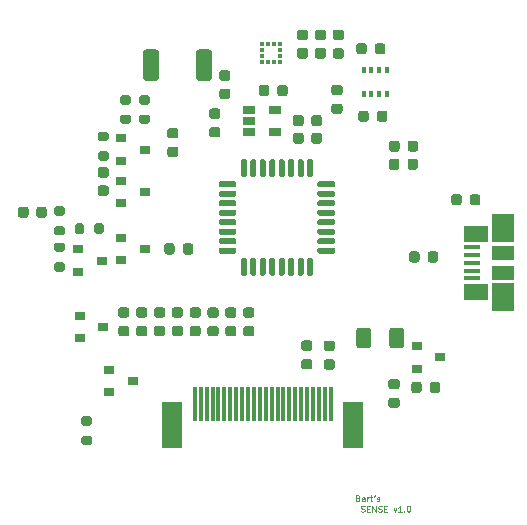
<source format=gbr>
G04 #@! TF.GenerationSoftware,KiCad,Pcbnew,5.1.8-1.fc33*
G04 #@! TF.CreationDate,2021-08-02T18:18:17+02:00*
G04 #@! TF.ProjectId,sense,73656e73-652e-46b6-9963-61645f706362,rev?*
G04 #@! TF.SameCoordinates,Original*
G04 #@! TF.FileFunction,Paste,Top*
G04 #@! TF.FilePolarity,Positive*
%FSLAX46Y46*%
G04 Gerber Fmt 4.6, Leading zero omitted, Abs format (unit mm)*
G04 Created by KiCad (PCBNEW 5.1.8-1.fc33) date 2021-08-02 18:18:17*
%MOMM*%
%LPD*%
G01*
G04 APERTURE LIST*
%ADD10C,0.125000*%
%ADD11R,0.350000X0.500000*%
%ADD12R,1.800000X4.000000*%
%ADD13R,0.300000X3.000000*%
%ADD14R,0.900000X0.800000*%
%ADD15R,1.060000X0.650000*%
%ADD16R,1.380000X0.450000*%
%ADD17R,2.100000X1.475000*%
%ADD18R,1.900000X2.375000*%
%ADD19R,1.900000X1.175000*%
%ADD20R,0.375000X0.350000*%
%ADD21R,0.350000X0.375000*%
G04 APERTURE END LIST*
D10*
X167580476Y-138716785D02*
X167651904Y-138740595D01*
X167675714Y-138764404D01*
X167699523Y-138812023D01*
X167699523Y-138883452D01*
X167675714Y-138931071D01*
X167651904Y-138954880D01*
X167604285Y-138978690D01*
X167413809Y-138978690D01*
X167413809Y-138478690D01*
X167580476Y-138478690D01*
X167628095Y-138502500D01*
X167651904Y-138526309D01*
X167675714Y-138573928D01*
X167675714Y-138621547D01*
X167651904Y-138669166D01*
X167628095Y-138692976D01*
X167580476Y-138716785D01*
X167413809Y-138716785D01*
X168128095Y-138978690D02*
X168128095Y-138716785D01*
X168104285Y-138669166D01*
X168056666Y-138645357D01*
X167961428Y-138645357D01*
X167913809Y-138669166D01*
X168128095Y-138954880D02*
X168080476Y-138978690D01*
X167961428Y-138978690D01*
X167913809Y-138954880D01*
X167890000Y-138907261D01*
X167890000Y-138859642D01*
X167913809Y-138812023D01*
X167961428Y-138788214D01*
X168080476Y-138788214D01*
X168128095Y-138764404D01*
X168366190Y-138978690D02*
X168366190Y-138645357D01*
X168366190Y-138740595D02*
X168390000Y-138692976D01*
X168413809Y-138669166D01*
X168461428Y-138645357D01*
X168509047Y-138645357D01*
X168604285Y-138645357D02*
X168794761Y-138645357D01*
X168675714Y-138478690D02*
X168675714Y-138907261D01*
X168699523Y-138954880D01*
X168747142Y-138978690D01*
X168794761Y-138978690D01*
X168985238Y-138478690D02*
X168937619Y-138573928D01*
X169175714Y-138954880D02*
X169223333Y-138978690D01*
X169318571Y-138978690D01*
X169366190Y-138954880D01*
X169390000Y-138907261D01*
X169390000Y-138883452D01*
X169366190Y-138835833D01*
X169318571Y-138812023D01*
X169247142Y-138812023D01*
X169199523Y-138788214D01*
X169175714Y-138740595D01*
X169175714Y-138716785D01*
X169199523Y-138669166D01*
X169247142Y-138645357D01*
X169318571Y-138645357D01*
X169366190Y-138669166D01*
X167842380Y-139829880D02*
X167913809Y-139853690D01*
X168032857Y-139853690D01*
X168080476Y-139829880D01*
X168104285Y-139806071D01*
X168128095Y-139758452D01*
X168128095Y-139710833D01*
X168104285Y-139663214D01*
X168080476Y-139639404D01*
X168032857Y-139615595D01*
X167937619Y-139591785D01*
X167890000Y-139567976D01*
X167866190Y-139544166D01*
X167842380Y-139496547D01*
X167842380Y-139448928D01*
X167866190Y-139401309D01*
X167890000Y-139377500D01*
X167937619Y-139353690D01*
X168056666Y-139353690D01*
X168128095Y-139377500D01*
X168342380Y-139591785D02*
X168509047Y-139591785D01*
X168580476Y-139853690D02*
X168342380Y-139853690D01*
X168342380Y-139353690D01*
X168580476Y-139353690D01*
X168794761Y-139853690D02*
X168794761Y-139353690D01*
X169080476Y-139853690D01*
X169080476Y-139353690D01*
X169294761Y-139829880D02*
X169366190Y-139853690D01*
X169485238Y-139853690D01*
X169532857Y-139829880D01*
X169556666Y-139806071D01*
X169580476Y-139758452D01*
X169580476Y-139710833D01*
X169556666Y-139663214D01*
X169532857Y-139639404D01*
X169485238Y-139615595D01*
X169390000Y-139591785D01*
X169342380Y-139567976D01*
X169318571Y-139544166D01*
X169294761Y-139496547D01*
X169294761Y-139448928D01*
X169318571Y-139401309D01*
X169342380Y-139377500D01*
X169390000Y-139353690D01*
X169509047Y-139353690D01*
X169580476Y-139377500D01*
X169794761Y-139591785D02*
X169961428Y-139591785D01*
X170032857Y-139853690D02*
X169794761Y-139853690D01*
X169794761Y-139353690D01*
X170032857Y-139353690D01*
X170580476Y-139520357D02*
X170699523Y-139853690D01*
X170818571Y-139520357D01*
X171270952Y-139853690D02*
X170985238Y-139853690D01*
X171128095Y-139853690D02*
X171128095Y-139353690D01*
X171080476Y-139425119D01*
X171032857Y-139472738D01*
X170985238Y-139496547D01*
X171485238Y-139806071D02*
X171509047Y-139829880D01*
X171485238Y-139853690D01*
X171461428Y-139829880D01*
X171485238Y-139806071D01*
X171485238Y-139853690D01*
X171818571Y-139353690D02*
X171866190Y-139353690D01*
X171913809Y-139377500D01*
X171937619Y-139401309D01*
X171961428Y-139448928D01*
X171985238Y-139544166D01*
X171985238Y-139663214D01*
X171961428Y-139758452D01*
X171937619Y-139806071D01*
X171913809Y-139829880D01*
X171866190Y-139853690D01*
X171818571Y-139853690D01*
X171770952Y-139829880D01*
X171747142Y-139806071D01*
X171723333Y-139758452D01*
X171699523Y-139663214D01*
X171699523Y-139544166D01*
X171723333Y-139448928D01*
X171747142Y-139401309D01*
X171770952Y-139377500D01*
X171818571Y-139353690D01*
G36*
G01*
X145250000Y-116175000D02*
X145250000Y-115625000D01*
G75*
G02*
X145450000Y-115425000I200000J0D01*
G01*
X145850000Y-115425000D01*
G75*
G02*
X146050000Y-115625000I0J-200000D01*
G01*
X146050000Y-116175000D01*
G75*
G02*
X145850000Y-116375000I-200000J0D01*
G01*
X145450000Y-116375000D01*
G75*
G02*
X145250000Y-116175000I0J200000D01*
G01*
G37*
G36*
G01*
X143600000Y-116175000D02*
X143600000Y-115625000D01*
G75*
G02*
X143800000Y-115425000I200000J0D01*
G01*
X144200000Y-115425000D01*
G75*
G02*
X144400000Y-115625000I0J-200000D01*
G01*
X144400000Y-116175000D01*
G75*
G02*
X144200000Y-116375000I-200000J0D01*
G01*
X143800000Y-116375000D01*
G75*
G02*
X143600000Y-116175000I0J200000D01*
G01*
G37*
D11*
X168045000Y-104505000D03*
X168695000Y-104505000D03*
X169345000Y-104505000D03*
X169995000Y-104505000D03*
X169995000Y-102455000D03*
X169345000Y-102455000D03*
X168695000Y-102455000D03*
X168045000Y-102455000D03*
D12*
X167160000Y-132510000D03*
X151860000Y-132510000D03*
D13*
X153760000Y-130710000D03*
X154260000Y-130710000D03*
X154760000Y-130710000D03*
X155260000Y-130710000D03*
X155760000Y-130710000D03*
X156260000Y-130710000D03*
X156760000Y-130710000D03*
X157260000Y-130710000D03*
X157760000Y-130710000D03*
X158260000Y-130710000D03*
X158760000Y-130710000D03*
X159260000Y-130710000D03*
X159760000Y-130710000D03*
X160260000Y-130710000D03*
X160760000Y-130710000D03*
X161260000Y-130710000D03*
X161760000Y-130710000D03*
X162260000Y-130710000D03*
X162760000Y-130710000D03*
X163260000Y-130710000D03*
X163760000Y-130710000D03*
X164260000Y-130710000D03*
X164760000Y-130710000D03*
X165260000Y-130710000D03*
G36*
G01*
X155215000Y-100964999D02*
X155215000Y-103115001D01*
G75*
G02*
X154965001Y-103365000I-249999J0D01*
G01*
X154114999Y-103365000D01*
G75*
G02*
X153865000Y-103115001I0J249999D01*
G01*
X153865000Y-100964999D01*
G75*
G02*
X154114999Y-100715000I249999J0D01*
G01*
X154965001Y-100715000D01*
G75*
G02*
X155215000Y-100964999I0J-249999D01*
G01*
G37*
G36*
G01*
X150715000Y-100964999D02*
X150715000Y-103115001D01*
G75*
G02*
X150465001Y-103365000I-249999J0D01*
G01*
X149614999Y-103365000D01*
G75*
G02*
X149365000Y-103115001I0J249999D01*
G01*
X149365000Y-100964999D01*
G75*
G02*
X149614999Y-100715000I249999J0D01*
G01*
X150465001Y-100715000D01*
G75*
G02*
X150715000Y-100964999I0J-249999D01*
G01*
G37*
G36*
G01*
X168306000Y-100403750D02*
X168306000Y-100916250D01*
G75*
G02*
X168087250Y-101135000I-218750J0D01*
G01*
X167649750Y-101135000D01*
G75*
G02*
X167431000Y-100916250I0J218750D01*
G01*
X167431000Y-100403750D01*
G75*
G02*
X167649750Y-100185000I218750J0D01*
G01*
X168087250Y-100185000D01*
G75*
G02*
X168306000Y-100403750I0J-218750D01*
G01*
G37*
G36*
G01*
X169881000Y-100403750D02*
X169881000Y-100916250D01*
G75*
G02*
X169662250Y-101135000I-218750J0D01*
G01*
X169224750Y-101135000D01*
G75*
G02*
X169006000Y-100916250I0J218750D01*
G01*
X169006000Y-100403750D01*
G75*
G02*
X169224750Y-100185000I218750J0D01*
G01*
X169662250Y-100185000D01*
G75*
G02*
X169881000Y-100403750I0J-218750D01*
G01*
G37*
G36*
G01*
X166166250Y-101485000D02*
X165653750Y-101485000D01*
G75*
G02*
X165435000Y-101266250I0J218750D01*
G01*
X165435000Y-100828750D01*
G75*
G02*
X165653750Y-100610000I218750J0D01*
G01*
X166166250Y-100610000D01*
G75*
G02*
X166385000Y-100828750I0J-218750D01*
G01*
X166385000Y-101266250D01*
G75*
G02*
X166166250Y-101485000I-218750J0D01*
G01*
G37*
G36*
G01*
X166166250Y-99910000D02*
X165653750Y-99910000D01*
G75*
G02*
X165435000Y-99691250I0J218750D01*
G01*
X165435000Y-99253750D01*
G75*
G02*
X165653750Y-99035000I218750J0D01*
G01*
X166166250Y-99035000D01*
G75*
G02*
X166385000Y-99253750I0J-218750D01*
G01*
X166385000Y-99691250D01*
G75*
G02*
X166166250Y-99910000I-218750J0D01*
G01*
G37*
G36*
G01*
X170195000Y-110696250D02*
X170195000Y-110183750D01*
G75*
G02*
X170413750Y-109965000I218750J0D01*
G01*
X170851250Y-109965000D01*
G75*
G02*
X171070000Y-110183750I0J-218750D01*
G01*
X171070000Y-110696250D01*
G75*
G02*
X170851250Y-110915000I-218750J0D01*
G01*
X170413750Y-110915000D01*
G75*
G02*
X170195000Y-110696250I0J218750D01*
G01*
G37*
G36*
G01*
X171770000Y-110696250D02*
X171770000Y-110183750D01*
G75*
G02*
X171988750Y-109965000I218750J0D01*
G01*
X172426250Y-109965000D01*
G75*
G02*
X172645000Y-110183750I0J-218750D01*
G01*
X172645000Y-110696250D01*
G75*
G02*
X172426250Y-110915000I-218750J0D01*
G01*
X171988750Y-110915000D01*
G75*
G02*
X171770000Y-110696250I0J218750D01*
G01*
G37*
G36*
G01*
X171790000Y-109156250D02*
X171790000Y-108643750D01*
G75*
G02*
X172008750Y-108425000I218750J0D01*
G01*
X172446250Y-108425000D01*
G75*
G02*
X172665000Y-108643750I0J-218750D01*
G01*
X172665000Y-109156250D01*
G75*
G02*
X172446250Y-109375000I-218750J0D01*
G01*
X172008750Y-109375000D01*
G75*
G02*
X171790000Y-109156250I0J218750D01*
G01*
G37*
G36*
G01*
X170215000Y-109156250D02*
X170215000Y-108643750D01*
G75*
G02*
X170433750Y-108425000I218750J0D01*
G01*
X170871250Y-108425000D01*
G75*
G02*
X171090000Y-108643750I0J-218750D01*
G01*
X171090000Y-109156250D01*
G75*
G02*
X170871250Y-109375000I-218750J0D01*
G01*
X170433750Y-109375000D01*
G75*
G02*
X170215000Y-109156250I0J218750D01*
G01*
G37*
G36*
G01*
X173480000Y-118536250D02*
X173480000Y-118023750D01*
G75*
G02*
X173698750Y-117805000I218750J0D01*
G01*
X174136250Y-117805000D01*
G75*
G02*
X174355000Y-118023750I0J-218750D01*
G01*
X174355000Y-118536250D01*
G75*
G02*
X174136250Y-118755000I-218750J0D01*
G01*
X173698750Y-118755000D01*
G75*
G02*
X173480000Y-118536250I0J218750D01*
G01*
G37*
G36*
G01*
X171905000Y-118536250D02*
X171905000Y-118023750D01*
G75*
G02*
X172123750Y-117805000I218750J0D01*
G01*
X172561250Y-117805000D01*
G75*
G02*
X172780000Y-118023750I0J-218750D01*
G01*
X172780000Y-118536250D01*
G75*
G02*
X172561250Y-118755000I-218750J0D01*
G01*
X172123750Y-118755000D01*
G75*
G02*
X171905000Y-118536250I0J218750D01*
G01*
G37*
G36*
G01*
X165396250Y-127825000D02*
X164883750Y-127825000D01*
G75*
G02*
X164665000Y-127606250I0J218750D01*
G01*
X164665000Y-127168750D01*
G75*
G02*
X164883750Y-126950000I218750J0D01*
G01*
X165396250Y-126950000D01*
G75*
G02*
X165615000Y-127168750I0J-218750D01*
G01*
X165615000Y-127606250D01*
G75*
G02*
X165396250Y-127825000I-218750J0D01*
G01*
G37*
G36*
G01*
X165396250Y-126250000D02*
X164883750Y-126250000D01*
G75*
G02*
X164665000Y-126031250I0J218750D01*
G01*
X164665000Y-125593750D01*
G75*
G02*
X164883750Y-125375000I218750J0D01*
G01*
X165396250Y-125375000D01*
G75*
G02*
X165615000Y-125593750I0J-218750D01*
G01*
X165615000Y-126031250D01*
G75*
G02*
X165396250Y-126250000I-218750J0D01*
G01*
G37*
G36*
G01*
X163486250Y-127805000D02*
X162973750Y-127805000D01*
G75*
G02*
X162755000Y-127586250I0J218750D01*
G01*
X162755000Y-127148750D01*
G75*
G02*
X162973750Y-126930000I218750J0D01*
G01*
X163486250Y-126930000D01*
G75*
G02*
X163705000Y-127148750I0J-218750D01*
G01*
X163705000Y-127586250D01*
G75*
G02*
X163486250Y-127805000I-218750J0D01*
G01*
G37*
G36*
G01*
X163486250Y-126230000D02*
X162973750Y-126230000D01*
G75*
G02*
X162755000Y-126011250I0J218750D01*
G01*
X162755000Y-125573750D01*
G75*
G02*
X162973750Y-125355000I218750J0D01*
G01*
X163486250Y-125355000D01*
G75*
G02*
X163705000Y-125573750I0J-218750D01*
G01*
X163705000Y-126011250D01*
G75*
G02*
X163486250Y-126230000I-218750J0D01*
G01*
G37*
G36*
G01*
X158576250Y-123430000D02*
X158063750Y-123430000D01*
G75*
G02*
X157845000Y-123211250I0J218750D01*
G01*
X157845000Y-122773750D01*
G75*
G02*
X158063750Y-122555000I218750J0D01*
G01*
X158576250Y-122555000D01*
G75*
G02*
X158795000Y-122773750I0J-218750D01*
G01*
X158795000Y-123211250D01*
G75*
G02*
X158576250Y-123430000I-218750J0D01*
G01*
G37*
G36*
G01*
X158576250Y-125005000D02*
X158063750Y-125005000D01*
G75*
G02*
X157845000Y-124786250I0J218750D01*
G01*
X157845000Y-124348750D01*
G75*
G02*
X158063750Y-124130000I218750J0D01*
G01*
X158576250Y-124130000D01*
G75*
G02*
X158795000Y-124348750I0J-218750D01*
G01*
X158795000Y-124786250D01*
G75*
G02*
X158576250Y-125005000I-218750J0D01*
G01*
G37*
G36*
G01*
X157066250Y-123430000D02*
X156553750Y-123430000D01*
G75*
G02*
X156335000Y-123211250I0J218750D01*
G01*
X156335000Y-122773750D01*
G75*
G02*
X156553750Y-122555000I218750J0D01*
G01*
X157066250Y-122555000D01*
G75*
G02*
X157285000Y-122773750I0J-218750D01*
G01*
X157285000Y-123211250D01*
G75*
G02*
X157066250Y-123430000I-218750J0D01*
G01*
G37*
G36*
G01*
X157066250Y-125005000D02*
X156553750Y-125005000D01*
G75*
G02*
X156335000Y-124786250I0J218750D01*
G01*
X156335000Y-124348750D01*
G75*
G02*
X156553750Y-124130000I218750J0D01*
G01*
X157066250Y-124130000D01*
G75*
G02*
X157285000Y-124348750I0J-218750D01*
G01*
X157285000Y-124786250D01*
G75*
G02*
X157066250Y-125005000I-218750J0D01*
G01*
G37*
G36*
G01*
X155556250Y-125005000D02*
X155043750Y-125005000D01*
G75*
G02*
X154825000Y-124786250I0J218750D01*
G01*
X154825000Y-124348750D01*
G75*
G02*
X155043750Y-124130000I218750J0D01*
G01*
X155556250Y-124130000D01*
G75*
G02*
X155775000Y-124348750I0J-218750D01*
G01*
X155775000Y-124786250D01*
G75*
G02*
X155556250Y-125005000I-218750J0D01*
G01*
G37*
G36*
G01*
X155556250Y-123430000D02*
X155043750Y-123430000D01*
G75*
G02*
X154825000Y-123211250I0J218750D01*
G01*
X154825000Y-122773750D01*
G75*
G02*
X155043750Y-122555000I218750J0D01*
G01*
X155556250Y-122555000D01*
G75*
G02*
X155775000Y-122773750I0J-218750D01*
G01*
X155775000Y-123211250D01*
G75*
G02*
X155556250Y-123430000I-218750J0D01*
G01*
G37*
G36*
G01*
X154046250Y-124995000D02*
X153533750Y-124995000D01*
G75*
G02*
X153315000Y-124776250I0J218750D01*
G01*
X153315000Y-124338750D01*
G75*
G02*
X153533750Y-124120000I218750J0D01*
G01*
X154046250Y-124120000D01*
G75*
G02*
X154265000Y-124338750I0J-218750D01*
G01*
X154265000Y-124776250D01*
G75*
G02*
X154046250Y-124995000I-218750J0D01*
G01*
G37*
G36*
G01*
X154046250Y-123420000D02*
X153533750Y-123420000D01*
G75*
G02*
X153315000Y-123201250I0J218750D01*
G01*
X153315000Y-122763750D01*
G75*
G02*
X153533750Y-122545000I218750J0D01*
G01*
X154046250Y-122545000D01*
G75*
G02*
X154265000Y-122763750I0J-218750D01*
G01*
X154265000Y-123201250D01*
G75*
G02*
X154046250Y-123420000I-218750J0D01*
G01*
G37*
G36*
G01*
X152536250Y-123420000D02*
X152023750Y-123420000D01*
G75*
G02*
X151805000Y-123201250I0J218750D01*
G01*
X151805000Y-122763750D01*
G75*
G02*
X152023750Y-122545000I218750J0D01*
G01*
X152536250Y-122545000D01*
G75*
G02*
X152755000Y-122763750I0J-218750D01*
G01*
X152755000Y-123201250D01*
G75*
G02*
X152536250Y-123420000I-218750J0D01*
G01*
G37*
G36*
G01*
X152536250Y-124995000D02*
X152023750Y-124995000D01*
G75*
G02*
X151805000Y-124776250I0J218750D01*
G01*
X151805000Y-124338750D01*
G75*
G02*
X152023750Y-124120000I218750J0D01*
G01*
X152536250Y-124120000D01*
G75*
G02*
X152755000Y-124338750I0J-218750D01*
G01*
X152755000Y-124776250D01*
G75*
G02*
X152536250Y-124995000I-218750J0D01*
G01*
G37*
G36*
G01*
X151026250Y-124995000D02*
X150513750Y-124995000D01*
G75*
G02*
X150295000Y-124776250I0J218750D01*
G01*
X150295000Y-124338750D01*
G75*
G02*
X150513750Y-124120000I218750J0D01*
G01*
X151026250Y-124120000D01*
G75*
G02*
X151245000Y-124338750I0J-218750D01*
G01*
X151245000Y-124776250D01*
G75*
G02*
X151026250Y-124995000I-218750J0D01*
G01*
G37*
G36*
G01*
X151026250Y-123420000D02*
X150513750Y-123420000D01*
G75*
G02*
X150295000Y-123201250I0J218750D01*
G01*
X150295000Y-122763750D01*
G75*
G02*
X150513750Y-122545000I218750J0D01*
G01*
X151026250Y-122545000D01*
G75*
G02*
X151245000Y-122763750I0J-218750D01*
G01*
X151245000Y-123201250D01*
G75*
G02*
X151026250Y-123420000I-218750J0D01*
G01*
G37*
G36*
G01*
X149516250Y-123420000D02*
X149003750Y-123420000D01*
G75*
G02*
X148785000Y-123201250I0J218750D01*
G01*
X148785000Y-122763750D01*
G75*
G02*
X149003750Y-122545000I218750J0D01*
G01*
X149516250Y-122545000D01*
G75*
G02*
X149735000Y-122763750I0J-218750D01*
G01*
X149735000Y-123201250D01*
G75*
G02*
X149516250Y-123420000I-218750J0D01*
G01*
G37*
G36*
G01*
X149516250Y-124995000D02*
X149003750Y-124995000D01*
G75*
G02*
X148785000Y-124776250I0J218750D01*
G01*
X148785000Y-124338750D01*
G75*
G02*
X149003750Y-124120000I218750J0D01*
G01*
X149516250Y-124120000D01*
G75*
G02*
X149735000Y-124338750I0J-218750D01*
G01*
X149735000Y-124776250D01*
G75*
G02*
X149516250Y-124995000I-218750J0D01*
G01*
G37*
G36*
G01*
X148006250Y-123420000D02*
X147493750Y-123420000D01*
G75*
G02*
X147275000Y-123201250I0J218750D01*
G01*
X147275000Y-122763750D01*
G75*
G02*
X147493750Y-122545000I218750J0D01*
G01*
X148006250Y-122545000D01*
G75*
G02*
X148225000Y-122763750I0J-218750D01*
G01*
X148225000Y-123201250D01*
G75*
G02*
X148006250Y-123420000I-218750J0D01*
G01*
G37*
G36*
G01*
X148006250Y-124995000D02*
X147493750Y-124995000D01*
G75*
G02*
X147275000Y-124776250I0J218750D01*
G01*
X147275000Y-124338750D01*
G75*
G02*
X147493750Y-124120000I218750J0D01*
G01*
X148006250Y-124120000D01*
G75*
G02*
X148225000Y-124338750I0J-218750D01*
G01*
X148225000Y-124776250D01*
G75*
G02*
X148006250Y-124995000I-218750J0D01*
G01*
G37*
G36*
G01*
X155191750Y-107284000D02*
X155704250Y-107284000D01*
G75*
G02*
X155923000Y-107502750I0J-218750D01*
G01*
X155923000Y-107940250D01*
G75*
G02*
X155704250Y-108159000I-218750J0D01*
G01*
X155191750Y-108159000D01*
G75*
G02*
X154973000Y-107940250I0J218750D01*
G01*
X154973000Y-107502750D01*
G75*
G02*
X155191750Y-107284000I218750J0D01*
G01*
G37*
G36*
G01*
X155191750Y-105709000D02*
X155704250Y-105709000D01*
G75*
G02*
X155923000Y-105927750I0J-218750D01*
G01*
X155923000Y-106365250D01*
G75*
G02*
X155704250Y-106584000I-218750J0D01*
G01*
X155191750Y-106584000D01*
G75*
G02*
X154973000Y-106365250I0J218750D01*
G01*
X154973000Y-105927750D01*
G75*
G02*
X155191750Y-105709000I218750J0D01*
G01*
G37*
G36*
G01*
X161626000Y-103942170D02*
X161626000Y-104454670D01*
G75*
G02*
X161407250Y-104673420I-218750J0D01*
G01*
X160969750Y-104673420D01*
G75*
G02*
X160751000Y-104454670I0J218750D01*
G01*
X160751000Y-103942170D01*
G75*
G02*
X160969750Y-103723420I218750J0D01*
G01*
X161407250Y-103723420D01*
G75*
G02*
X161626000Y-103942170I0J-218750D01*
G01*
G37*
G36*
G01*
X160051000Y-103942170D02*
X160051000Y-104454670D01*
G75*
G02*
X159832250Y-104673420I-218750J0D01*
G01*
X159394750Y-104673420D01*
G75*
G02*
X159176000Y-104454670I0J218750D01*
G01*
X159176000Y-103942170D01*
G75*
G02*
X159394750Y-103723420I218750J0D01*
G01*
X159832250Y-103723420D01*
G75*
G02*
X160051000Y-103942170I0J-218750D01*
G01*
G37*
D14*
X172548040Y-125844260D03*
X172548040Y-127744260D03*
X174548040Y-126794260D03*
G36*
G01*
X151635750Y-107377500D02*
X152148250Y-107377500D01*
G75*
G02*
X152367000Y-107596250I0J-218750D01*
G01*
X152367000Y-108033750D01*
G75*
G02*
X152148250Y-108252500I-218750J0D01*
G01*
X151635750Y-108252500D01*
G75*
G02*
X151417000Y-108033750I0J218750D01*
G01*
X151417000Y-107596250D01*
G75*
G02*
X151635750Y-107377500I218750J0D01*
G01*
G37*
G36*
G01*
X151635750Y-108952500D02*
X152148250Y-108952500D01*
G75*
G02*
X152367000Y-109171250I0J-218750D01*
G01*
X152367000Y-109608750D01*
G75*
G02*
X152148250Y-109827500I-218750J0D01*
G01*
X151635750Y-109827500D01*
G75*
G02*
X151417000Y-109608750I0J218750D01*
G01*
X151417000Y-109171250D01*
G75*
G02*
X151635750Y-108952500I218750J0D01*
G01*
G37*
G36*
G01*
X168480000Y-106113750D02*
X168480000Y-106626250D01*
G75*
G02*
X168261250Y-106845000I-218750J0D01*
G01*
X167823750Y-106845000D01*
G75*
G02*
X167605000Y-106626250I0J218750D01*
G01*
X167605000Y-106113750D01*
G75*
G02*
X167823750Y-105895000I218750J0D01*
G01*
X168261250Y-105895000D01*
G75*
G02*
X168480000Y-106113750I0J-218750D01*
G01*
G37*
G36*
G01*
X170055000Y-106113750D02*
X170055000Y-106626250D01*
G75*
G02*
X169836250Y-106845000I-218750J0D01*
G01*
X169398750Y-106845000D01*
G75*
G02*
X169180000Y-106626250I0J218750D01*
G01*
X169180000Y-106113750D01*
G75*
G02*
X169398750Y-105895000I218750J0D01*
G01*
X169836250Y-105895000D01*
G75*
G02*
X170055000Y-106113750I0J-218750D01*
G01*
G37*
G36*
G01*
X166046250Y-106165000D02*
X165533750Y-106165000D01*
G75*
G02*
X165315000Y-105946250I0J218750D01*
G01*
X165315000Y-105508750D01*
G75*
G02*
X165533750Y-105290000I218750J0D01*
G01*
X166046250Y-105290000D01*
G75*
G02*
X166265000Y-105508750I0J-218750D01*
G01*
X166265000Y-105946250D01*
G75*
G02*
X166046250Y-106165000I-218750J0D01*
G01*
G37*
G36*
G01*
X166046250Y-104590000D02*
X165533750Y-104590000D01*
G75*
G02*
X165315000Y-104371250I0J218750D01*
G01*
X165315000Y-103933750D01*
G75*
G02*
X165533750Y-103715000I218750J0D01*
G01*
X166046250Y-103715000D01*
G75*
G02*
X166265000Y-103933750I0J-218750D01*
G01*
X166265000Y-104371250D01*
G75*
G02*
X166046250Y-104590000I-218750J0D01*
G01*
G37*
G36*
G01*
X170360630Y-128614720D02*
X170873130Y-128614720D01*
G75*
G02*
X171091880Y-128833470I0J-218750D01*
G01*
X171091880Y-129270970D01*
G75*
G02*
X170873130Y-129489720I-218750J0D01*
G01*
X170360630Y-129489720D01*
G75*
G02*
X170141880Y-129270970I0J218750D01*
G01*
X170141880Y-128833470D01*
G75*
G02*
X170360630Y-128614720I218750J0D01*
G01*
G37*
G36*
G01*
X170360630Y-130189720D02*
X170873130Y-130189720D01*
G75*
G02*
X171091880Y-130408470I0J-218750D01*
G01*
X171091880Y-130845970D01*
G75*
G02*
X170873130Y-131064720I-218750J0D01*
G01*
X170360630Y-131064720D01*
G75*
G02*
X170141880Y-130845970I0J218750D01*
G01*
X170141880Y-130408470D01*
G75*
G02*
X170360630Y-130189720I218750J0D01*
G01*
G37*
G36*
G01*
X173654200Y-129587970D02*
X173654200Y-129075470D01*
G75*
G02*
X173872950Y-128856720I218750J0D01*
G01*
X174310450Y-128856720D01*
G75*
G02*
X174529200Y-129075470I0J-218750D01*
G01*
X174529200Y-129587970D01*
G75*
G02*
X174310450Y-129806720I-218750J0D01*
G01*
X173872950Y-129806720D01*
G75*
G02*
X173654200Y-129587970I0J218750D01*
G01*
G37*
G36*
G01*
X172079200Y-129587970D02*
X172079200Y-129075470D01*
G75*
G02*
X172297950Y-128856720I218750J0D01*
G01*
X172735450Y-128856720D01*
G75*
G02*
X172954200Y-129075470I0J-218750D01*
G01*
X172954200Y-129587970D01*
G75*
G02*
X172735450Y-129806720I-218750J0D01*
G01*
X172297950Y-129806720D01*
G75*
G02*
X172079200Y-129587970I0J218750D01*
G01*
G37*
D15*
X158310000Y-105830000D03*
X158310000Y-106780000D03*
X158310000Y-107730000D03*
X160510000Y-107730000D03*
X160510000Y-105830000D03*
D16*
X177210000Y-120080000D03*
X177210000Y-119430000D03*
X177210000Y-118780000D03*
X177210000Y-118130000D03*
X177210000Y-117480000D03*
D17*
X177570000Y-121242500D03*
X177570000Y-116317500D03*
D18*
X179870000Y-121690000D03*
X179870000Y-115870000D03*
D19*
X179870000Y-119620000D03*
X179870000Y-117940000D03*
G36*
G01*
X153625000Y-117343750D02*
X153625000Y-117856250D01*
G75*
G02*
X153406250Y-118075000I-218750J0D01*
G01*
X152968750Y-118075000D01*
G75*
G02*
X152750000Y-117856250I0J218750D01*
G01*
X152750000Y-117343750D01*
G75*
G02*
X152968750Y-117125000I218750J0D01*
G01*
X153406250Y-117125000D01*
G75*
G02*
X153625000Y-117343750I0J-218750D01*
G01*
G37*
G36*
G01*
X152050000Y-117343750D02*
X152050000Y-117856250D01*
G75*
G02*
X151831250Y-118075000I-218750J0D01*
G01*
X151393750Y-118075000D01*
G75*
G02*
X151175000Y-117856250I0J218750D01*
G01*
X151175000Y-117343750D01*
G75*
G02*
X151393750Y-117125000I218750J0D01*
G01*
X151831250Y-117125000D01*
G75*
G02*
X152050000Y-117343750I0J-218750D01*
G01*
G37*
G36*
G01*
X163385000Y-110015000D02*
X163635000Y-110015000D01*
G75*
G02*
X163760000Y-110140000I0J-125000D01*
G01*
X163760000Y-111390000D01*
G75*
G02*
X163635000Y-111515000I-125000J0D01*
G01*
X163385000Y-111515000D01*
G75*
G02*
X163260000Y-111390000I0J125000D01*
G01*
X163260000Y-110140000D01*
G75*
G02*
X163385000Y-110015000I125000J0D01*
G01*
G37*
G36*
G01*
X162585000Y-110015000D02*
X162835000Y-110015000D01*
G75*
G02*
X162960000Y-110140000I0J-125000D01*
G01*
X162960000Y-111390000D01*
G75*
G02*
X162835000Y-111515000I-125000J0D01*
G01*
X162585000Y-111515000D01*
G75*
G02*
X162460000Y-111390000I0J125000D01*
G01*
X162460000Y-110140000D01*
G75*
G02*
X162585000Y-110015000I125000J0D01*
G01*
G37*
G36*
G01*
X161785000Y-110015000D02*
X162035000Y-110015000D01*
G75*
G02*
X162160000Y-110140000I0J-125000D01*
G01*
X162160000Y-111390000D01*
G75*
G02*
X162035000Y-111515000I-125000J0D01*
G01*
X161785000Y-111515000D01*
G75*
G02*
X161660000Y-111390000I0J125000D01*
G01*
X161660000Y-110140000D01*
G75*
G02*
X161785000Y-110015000I125000J0D01*
G01*
G37*
G36*
G01*
X160985000Y-110015000D02*
X161235000Y-110015000D01*
G75*
G02*
X161360000Y-110140000I0J-125000D01*
G01*
X161360000Y-111390000D01*
G75*
G02*
X161235000Y-111515000I-125000J0D01*
G01*
X160985000Y-111515000D01*
G75*
G02*
X160860000Y-111390000I0J125000D01*
G01*
X160860000Y-110140000D01*
G75*
G02*
X160985000Y-110015000I125000J0D01*
G01*
G37*
G36*
G01*
X160185000Y-110015000D02*
X160435000Y-110015000D01*
G75*
G02*
X160560000Y-110140000I0J-125000D01*
G01*
X160560000Y-111390000D01*
G75*
G02*
X160435000Y-111515000I-125000J0D01*
G01*
X160185000Y-111515000D01*
G75*
G02*
X160060000Y-111390000I0J125000D01*
G01*
X160060000Y-110140000D01*
G75*
G02*
X160185000Y-110015000I125000J0D01*
G01*
G37*
G36*
G01*
X159385000Y-110015000D02*
X159635000Y-110015000D01*
G75*
G02*
X159760000Y-110140000I0J-125000D01*
G01*
X159760000Y-111390000D01*
G75*
G02*
X159635000Y-111515000I-125000J0D01*
G01*
X159385000Y-111515000D01*
G75*
G02*
X159260000Y-111390000I0J125000D01*
G01*
X159260000Y-110140000D01*
G75*
G02*
X159385000Y-110015000I125000J0D01*
G01*
G37*
G36*
G01*
X158585000Y-110015000D02*
X158835000Y-110015000D01*
G75*
G02*
X158960000Y-110140000I0J-125000D01*
G01*
X158960000Y-111390000D01*
G75*
G02*
X158835000Y-111515000I-125000J0D01*
G01*
X158585000Y-111515000D01*
G75*
G02*
X158460000Y-111390000I0J125000D01*
G01*
X158460000Y-110140000D01*
G75*
G02*
X158585000Y-110015000I125000J0D01*
G01*
G37*
G36*
G01*
X157785000Y-110015000D02*
X158035000Y-110015000D01*
G75*
G02*
X158160000Y-110140000I0J-125000D01*
G01*
X158160000Y-111390000D01*
G75*
G02*
X158035000Y-111515000I-125000J0D01*
G01*
X157785000Y-111515000D01*
G75*
G02*
X157660000Y-111390000I0J125000D01*
G01*
X157660000Y-110140000D01*
G75*
G02*
X157785000Y-110015000I125000J0D01*
G01*
G37*
G36*
G01*
X155910000Y-111890000D02*
X157160000Y-111890000D01*
G75*
G02*
X157285000Y-112015000I0J-125000D01*
G01*
X157285000Y-112265000D01*
G75*
G02*
X157160000Y-112390000I-125000J0D01*
G01*
X155910000Y-112390000D01*
G75*
G02*
X155785000Y-112265000I0J125000D01*
G01*
X155785000Y-112015000D01*
G75*
G02*
X155910000Y-111890000I125000J0D01*
G01*
G37*
G36*
G01*
X155910000Y-112690000D02*
X157160000Y-112690000D01*
G75*
G02*
X157285000Y-112815000I0J-125000D01*
G01*
X157285000Y-113065000D01*
G75*
G02*
X157160000Y-113190000I-125000J0D01*
G01*
X155910000Y-113190000D01*
G75*
G02*
X155785000Y-113065000I0J125000D01*
G01*
X155785000Y-112815000D01*
G75*
G02*
X155910000Y-112690000I125000J0D01*
G01*
G37*
G36*
G01*
X155910000Y-113490000D02*
X157160000Y-113490000D01*
G75*
G02*
X157285000Y-113615000I0J-125000D01*
G01*
X157285000Y-113865000D01*
G75*
G02*
X157160000Y-113990000I-125000J0D01*
G01*
X155910000Y-113990000D01*
G75*
G02*
X155785000Y-113865000I0J125000D01*
G01*
X155785000Y-113615000D01*
G75*
G02*
X155910000Y-113490000I125000J0D01*
G01*
G37*
G36*
G01*
X155910000Y-114290000D02*
X157160000Y-114290000D01*
G75*
G02*
X157285000Y-114415000I0J-125000D01*
G01*
X157285000Y-114665000D01*
G75*
G02*
X157160000Y-114790000I-125000J0D01*
G01*
X155910000Y-114790000D01*
G75*
G02*
X155785000Y-114665000I0J125000D01*
G01*
X155785000Y-114415000D01*
G75*
G02*
X155910000Y-114290000I125000J0D01*
G01*
G37*
G36*
G01*
X155910000Y-115090000D02*
X157160000Y-115090000D01*
G75*
G02*
X157285000Y-115215000I0J-125000D01*
G01*
X157285000Y-115465000D01*
G75*
G02*
X157160000Y-115590000I-125000J0D01*
G01*
X155910000Y-115590000D01*
G75*
G02*
X155785000Y-115465000I0J125000D01*
G01*
X155785000Y-115215000D01*
G75*
G02*
X155910000Y-115090000I125000J0D01*
G01*
G37*
G36*
G01*
X155910000Y-115890000D02*
X157160000Y-115890000D01*
G75*
G02*
X157285000Y-116015000I0J-125000D01*
G01*
X157285000Y-116265000D01*
G75*
G02*
X157160000Y-116390000I-125000J0D01*
G01*
X155910000Y-116390000D01*
G75*
G02*
X155785000Y-116265000I0J125000D01*
G01*
X155785000Y-116015000D01*
G75*
G02*
X155910000Y-115890000I125000J0D01*
G01*
G37*
G36*
G01*
X155910000Y-116690000D02*
X157160000Y-116690000D01*
G75*
G02*
X157285000Y-116815000I0J-125000D01*
G01*
X157285000Y-117065000D01*
G75*
G02*
X157160000Y-117190000I-125000J0D01*
G01*
X155910000Y-117190000D01*
G75*
G02*
X155785000Y-117065000I0J125000D01*
G01*
X155785000Y-116815000D01*
G75*
G02*
X155910000Y-116690000I125000J0D01*
G01*
G37*
G36*
G01*
X155910000Y-117490000D02*
X157160000Y-117490000D01*
G75*
G02*
X157285000Y-117615000I0J-125000D01*
G01*
X157285000Y-117865000D01*
G75*
G02*
X157160000Y-117990000I-125000J0D01*
G01*
X155910000Y-117990000D01*
G75*
G02*
X155785000Y-117865000I0J125000D01*
G01*
X155785000Y-117615000D01*
G75*
G02*
X155910000Y-117490000I125000J0D01*
G01*
G37*
G36*
G01*
X157785000Y-118365000D02*
X158035000Y-118365000D01*
G75*
G02*
X158160000Y-118490000I0J-125000D01*
G01*
X158160000Y-119740000D01*
G75*
G02*
X158035000Y-119865000I-125000J0D01*
G01*
X157785000Y-119865000D01*
G75*
G02*
X157660000Y-119740000I0J125000D01*
G01*
X157660000Y-118490000D01*
G75*
G02*
X157785000Y-118365000I125000J0D01*
G01*
G37*
G36*
G01*
X158585000Y-118365000D02*
X158835000Y-118365000D01*
G75*
G02*
X158960000Y-118490000I0J-125000D01*
G01*
X158960000Y-119740000D01*
G75*
G02*
X158835000Y-119865000I-125000J0D01*
G01*
X158585000Y-119865000D01*
G75*
G02*
X158460000Y-119740000I0J125000D01*
G01*
X158460000Y-118490000D01*
G75*
G02*
X158585000Y-118365000I125000J0D01*
G01*
G37*
G36*
G01*
X159385000Y-118365000D02*
X159635000Y-118365000D01*
G75*
G02*
X159760000Y-118490000I0J-125000D01*
G01*
X159760000Y-119740000D01*
G75*
G02*
X159635000Y-119865000I-125000J0D01*
G01*
X159385000Y-119865000D01*
G75*
G02*
X159260000Y-119740000I0J125000D01*
G01*
X159260000Y-118490000D01*
G75*
G02*
X159385000Y-118365000I125000J0D01*
G01*
G37*
G36*
G01*
X160185000Y-118365000D02*
X160435000Y-118365000D01*
G75*
G02*
X160560000Y-118490000I0J-125000D01*
G01*
X160560000Y-119740000D01*
G75*
G02*
X160435000Y-119865000I-125000J0D01*
G01*
X160185000Y-119865000D01*
G75*
G02*
X160060000Y-119740000I0J125000D01*
G01*
X160060000Y-118490000D01*
G75*
G02*
X160185000Y-118365000I125000J0D01*
G01*
G37*
G36*
G01*
X160985000Y-118365000D02*
X161235000Y-118365000D01*
G75*
G02*
X161360000Y-118490000I0J-125000D01*
G01*
X161360000Y-119740000D01*
G75*
G02*
X161235000Y-119865000I-125000J0D01*
G01*
X160985000Y-119865000D01*
G75*
G02*
X160860000Y-119740000I0J125000D01*
G01*
X160860000Y-118490000D01*
G75*
G02*
X160985000Y-118365000I125000J0D01*
G01*
G37*
G36*
G01*
X161785000Y-118365000D02*
X162035000Y-118365000D01*
G75*
G02*
X162160000Y-118490000I0J-125000D01*
G01*
X162160000Y-119740000D01*
G75*
G02*
X162035000Y-119865000I-125000J0D01*
G01*
X161785000Y-119865000D01*
G75*
G02*
X161660000Y-119740000I0J125000D01*
G01*
X161660000Y-118490000D01*
G75*
G02*
X161785000Y-118365000I125000J0D01*
G01*
G37*
G36*
G01*
X162585000Y-118365000D02*
X162835000Y-118365000D01*
G75*
G02*
X162960000Y-118490000I0J-125000D01*
G01*
X162960000Y-119740000D01*
G75*
G02*
X162835000Y-119865000I-125000J0D01*
G01*
X162585000Y-119865000D01*
G75*
G02*
X162460000Y-119740000I0J125000D01*
G01*
X162460000Y-118490000D01*
G75*
G02*
X162585000Y-118365000I125000J0D01*
G01*
G37*
G36*
G01*
X163385000Y-118365000D02*
X163635000Y-118365000D01*
G75*
G02*
X163760000Y-118490000I0J-125000D01*
G01*
X163760000Y-119740000D01*
G75*
G02*
X163635000Y-119865000I-125000J0D01*
G01*
X163385000Y-119865000D01*
G75*
G02*
X163260000Y-119740000I0J125000D01*
G01*
X163260000Y-118490000D01*
G75*
G02*
X163385000Y-118365000I125000J0D01*
G01*
G37*
G36*
G01*
X164260000Y-117490000D02*
X165510000Y-117490000D01*
G75*
G02*
X165635000Y-117615000I0J-125000D01*
G01*
X165635000Y-117865000D01*
G75*
G02*
X165510000Y-117990000I-125000J0D01*
G01*
X164260000Y-117990000D01*
G75*
G02*
X164135000Y-117865000I0J125000D01*
G01*
X164135000Y-117615000D01*
G75*
G02*
X164260000Y-117490000I125000J0D01*
G01*
G37*
G36*
G01*
X164260000Y-116690000D02*
X165510000Y-116690000D01*
G75*
G02*
X165635000Y-116815000I0J-125000D01*
G01*
X165635000Y-117065000D01*
G75*
G02*
X165510000Y-117190000I-125000J0D01*
G01*
X164260000Y-117190000D01*
G75*
G02*
X164135000Y-117065000I0J125000D01*
G01*
X164135000Y-116815000D01*
G75*
G02*
X164260000Y-116690000I125000J0D01*
G01*
G37*
G36*
G01*
X164260000Y-115890000D02*
X165510000Y-115890000D01*
G75*
G02*
X165635000Y-116015000I0J-125000D01*
G01*
X165635000Y-116265000D01*
G75*
G02*
X165510000Y-116390000I-125000J0D01*
G01*
X164260000Y-116390000D01*
G75*
G02*
X164135000Y-116265000I0J125000D01*
G01*
X164135000Y-116015000D01*
G75*
G02*
X164260000Y-115890000I125000J0D01*
G01*
G37*
G36*
G01*
X164260000Y-115090000D02*
X165510000Y-115090000D01*
G75*
G02*
X165635000Y-115215000I0J-125000D01*
G01*
X165635000Y-115465000D01*
G75*
G02*
X165510000Y-115590000I-125000J0D01*
G01*
X164260000Y-115590000D01*
G75*
G02*
X164135000Y-115465000I0J125000D01*
G01*
X164135000Y-115215000D01*
G75*
G02*
X164260000Y-115090000I125000J0D01*
G01*
G37*
G36*
G01*
X164260000Y-114290000D02*
X165510000Y-114290000D01*
G75*
G02*
X165635000Y-114415000I0J-125000D01*
G01*
X165635000Y-114665000D01*
G75*
G02*
X165510000Y-114790000I-125000J0D01*
G01*
X164260000Y-114790000D01*
G75*
G02*
X164135000Y-114665000I0J125000D01*
G01*
X164135000Y-114415000D01*
G75*
G02*
X164260000Y-114290000I125000J0D01*
G01*
G37*
G36*
G01*
X164260000Y-113490000D02*
X165510000Y-113490000D01*
G75*
G02*
X165635000Y-113615000I0J-125000D01*
G01*
X165635000Y-113865000D01*
G75*
G02*
X165510000Y-113990000I-125000J0D01*
G01*
X164260000Y-113990000D01*
G75*
G02*
X164135000Y-113865000I0J125000D01*
G01*
X164135000Y-113615000D01*
G75*
G02*
X164260000Y-113490000I125000J0D01*
G01*
G37*
G36*
G01*
X164260000Y-112690000D02*
X165510000Y-112690000D01*
G75*
G02*
X165635000Y-112815000I0J-125000D01*
G01*
X165635000Y-113065000D01*
G75*
G02*
X165510000Y-113190000I-125000J0D01*
G01*
X164260000Y-113190000D01*
G75*
G02*
X164135000Y-113065000I0J125000D01*
G01*
X164135000Y-112815000D01*
G75*
G02*
X164260000Y-112690000I125000J0D01*
G01*
G37*
G36*
G01*
X164260000Y-111890000D02*
X165510000Y-111890000D01*
G75*
G02*
X165635000Y-112015000I0J-125000D01*
G01*
X165635000Y-112265000D01*
G75*
G02*
X165510000Y-112390000I-125000J0D01*
G01*
X164260000Y-112390000D01*
G75*
G02*
X164135000Y-112265000I0J125000D01*
G01*
X164135000Y-112015000D01*
G75*
G02*
X164260000Y-111890000I125000J0D01*
G01*
G37*
G36*
G01*
X177050000Y-113706250D02*
X177050000Y-113193750D01*
G75*
G02*
X177268750Y-112975000I218750J0D01*
G01*
X177706250Y-112975000D01*
G75*
G02*
X177925000Y-113193750I0J-218750D01*
G01*
X177925000Y-113706250D01*
G75*
G02*
X177706250Y-113925000I-218750J0D01*
G01*
X177268750Y-113925000D01*
G75*
G02*
X177050000Y-113706250I0J218750D01*
G01*
G37*
G36*
G01*
X175475000Y-113706250D02*
X175475000Y-113193750D01*
G75*
G02*
X175693750Y-112975000I218750J0D01*
G01*
X176131250Y-112975000D01*
G75*
G02*
X176350000Y-113193750I0J-218750D01*
G01*
X176350000Y-113706250D01*
G75*
G02*
X176131250Y-113925000I-218750J0D01*
G01*
X175693750Y-113925000D01*
G75*
G02*
X175475000Y-113706250I0J218750D01*
G01*
G37*
G36*
G01*
X167425000Y-125775000D02*
X167425000Y-124525000D01*
G75*
G02*
X167675000Y-124275000I250000J0D01*
G01*
X168425000Y-124275000D01*
G75*
G02*
X168675000Y-124525000I0J-250000D01*
G01*
X168675000Y-125775000D01*
G75*
G02*
X168425000Y-126025000I-250000J0D01*
G01*
X167675000Y-126025000D01*
G75*
G02*
X167425000Y-125775000I0J250000D01*
G01*
G37*
G36*
G01*
X170225000Y-125775000D02*
X170225000Y-124525000D01*
G75*
G02*
X170475000Y-124275000I250000J0D01*
G01*
X171225000Y-124275000D01*
G75*
G02*
X171475000Y-124525000I0J-250000D01*
G01*
X171475000Y-125775000D01*
G75*
G02*
X171225000Y-126025000I-250000J0D01*
G01*
X170475000Y-126025000D01*
G75*
G02*
X170225000Y-125775000I0J250000D01*
G01*
G37*
D20*
X159437500Y-100750000D03*
X159437500Y-101250000D03*
X160962500Y-100750000D03*
X160962500Y-101250000D03*
X159437500Y-101750000D03*
X160962500Y-101750000D03*
X159437500Y-100250000D03*
X160962500Y-100250000D03*
D21*
X159950000Y-101762500D03*
X160450000Y-101762500D03*
X160450000Y-100237500D03*
X159950000Y-100237500D03*
G36*
G01*
X156050000Y-104025000D02*
X156550000Y-104025000D01*
G75*
G02*
X156775000Y-104250000I0J-225000D01*
G01*
X156775000Y-104700000D01*
G75*
G02*
X156550000Y-104925000I-225000J0D01*
G01*
X156050000Y-104925000D01*
G75*
G02*
X155825000Y-104700000I0J225000D01*
G01*
X155825000Y-104250000D01*
G75*
G02*
X156050000Y-104025000I225000J0D01*
G01*
G37*
G36*
G01*
X156050000Y-102475000D02*
X156550000Y-102475000D01*
G75*
G02*
X156775000Y-102700000I0J-225000D01*
G01*
X156775000Y-103150000D01*
G75*
G02*
X156550000Y-103375000I-225000J0D01*
G01*
X156050000Y-103375000D01*
G75*
G02*
X155825000Y-103150000I0J225000D01*
G01*
X155825000Y-102700000D01*
G75*
G02*
X156050000Y-102475000I225000J0D01*
G01*
G37*
G36*
G01*
X164640000Y-101490000D02*
X164140000Y-101490000D01*
G75*
G02*
X163915000Y-101265000I0J225000D01*
G01*
X163915000Y-100815000D01*
G75*
G02*
X164140000Y-100590000I225000J0D01*
G01*
X164640000Y-100590000D01*
G75*
G02*
X164865000Y-100815000I0J-225000D01*
G01*
X164865000Y-101265000D01*
G75*
G02*
X164640000Y-101490000I-225000J0D01*
G01*
G37*
G36*
G01*
X164640000Y-99940000D02*
X164140000Y-99940000D01*
G75*
G02*
X163915000Y-99715000I0J225000D01*
G01*
X163915000Y-99265000D01*
G75*
G02*
X164140000Y-99040000I225000J0D01*
G01*
X164640000Y-99040000D01*
G75*
G02*
X164865000Y-99265000I0J-225000D01*
G01*
X164865000Y-99715000D01*
G75*
G02*
X164640000Y-99940000I-225000J0D01*
G01*
G37*
G36*
G01*
X163120000Y-101485000D02*
X162620000Y-101485000D01*
G75*
G02*
X162395000Y-101260000I0J225000D01*
G01*
X162395000Y-100810000D01*
G75*
G02*
X162620000Y-100585000I225000J0D01*
G01*
X163120000Y-100585000D01*
G75*
G02*
X163345000Y-100810000I0J-225000D01*
G01*
X163345000Y-101260000D01*
G75*
G02*
X163120000Y-101485000I-225000J0D01*
G01*
G37*
G36*
G01*
X163120000Y-99935000D02*
X162620000Y-99935000D01*
G75*
G02*
X162395000Y-99710000I0J225000D01*
G01*
X162395000Y-99260000D01*
G75*
G02*
X162620000Y-99035000I225000J0D01*
G01*
X163120000Y-99035000D01*
G75*
G02*
X163345000Y-99260000I0J-225000D01*
G01*
X163345000Y-99710000D01*
G75*
G02*
X163120000Y-99935000I-225000J0D01*
G01*
G37*
G36*
G01*
X163619060Y-108487020D02*
X163619060Y-107987020D01*
G75*
G02*
X163844060Y-107762020I225000J0D01*
G01*
X164294060Y-107762020D01*
G75*
G02*
X164519060Y-107987020I0J-225000D01*
G01*
X164519060Y-108487020D01*
G75*
G02*
X164294060Y-108712020I-225000J0D01*
G01*
X163844060Y-108712020D01*
G75*
G02*
X163619060Y-108487020I0J225000D01*
G01*
G37*
G36*
G01*
X162069060Y-108487020D02*
X162069060Y-107987020D01*
G75*
G02*
X162294060Y-107762020I225000J0D01*
G01*
X162744060Y-107762020D01*
G75*
G02*
X162969060Y-107987020I0J-225000D01*
G01*
X162969060Y-108487020D01*
G75*
G02*
X162744060Y-108712020I-225000J0D01*
G01*
X162294060Y-108712020D01*
G75*
G02*
X162069060Y-108487020I0J225000D01*
G01*
G37*
G36*
G01*
X162069060Y-106985880D02*
X162069060Y-106485880D01*
G75*
G02*
X162294060Y-106260880I225000J0D01*
G01*
X162744060Y-106260880D01*
G75*
G02*
X162969060Y-106485880I0J-225000D01*
G01*
X162969060Y-106985880D01*
G75*
G02*
X162744060Y-107210880I-225000J0D01*
G01*
X162294060Y-107210880D01*
G75*
G02*
X162069060Y-106985880I0J225000D01*
G01*
G37*
G36*
G01*
X163619060Y-106985880D02*
X163619060Y-106485880D01*
G75*
G02*
X163844060Y-106260880I225000J0D01*
G01*
X164294060Y-106260880D01*
G75*
G02*
X164519060Y-106485880I0J-225000D01*
G01*
X164519060Y-106985880D01*
G75*
G02*
X164294060Y-107210880I-225000J0D01*
G01*
X163844060Y-107210880D01*
G75*
G02*
X163619060Y-106985880I0J225000D01*
G01*
G37*
D14*
X149500000Y-109200000D03*
X147500000Y-110150000D03*
X147500000Y-108250000D03*
X145900000Y-118600000D03*
X143900000Y-119550000D03*
X143900000Y-117650000D03*
X144000000Y-123250000D03*
X144000000Y-125150000D03*
X146000000Y-124200000D03*
X147500000Y-111850000D03*
X147500000Y-113750000D03*
X149500000Y-112800000D03*
X147500000Y-116650000D03*
X147500000Y-118550000D03*
X149500000Y-117600000D03*
X148500000Y-128800000D03*
X146500000Y-129750000D03*
X146500000Y-127850000D03*
G36*
G01*
X145725000Y-109325000D02*
X146275000Y-109325000D01*
G75*
G02*
X146475000Y-109525000I0J-200000D01*
G01*
X146475000Y-109925000D01*
G75*
G02*
X146275000Y-110125000I-200000J0D01*
G01*
X145725000Y-110125000D01*
G75*
G02*
X145525000Y-109925000I0J200000D01*
G01*
X145525000Y-109525000D01*
G75*
G02*
X145725000Y-109325000I200000J0D01*
G01*
G37*
G36*
G01*
X145725000Y-107675000D02*
X146275000Y-107675000D01*
G75*
G02*
X146475000Y-107875000I0J-200000D01*
G01*
X146475000Y-108275000D01*
G75*
G02*
X146275000Y-108475000I-200000J0D01*
G01*
X145725000Y-108475000D01*
G75*
G02*
X145525000Y-108275000I0J200000D01*
G01*
X145525000Y-107875000D01*
G75*
G02*
X145725000Y-107675000I200000J0D01*
G01*
G37*
G36*
G01*
X142025000Y-114000000D02*
X142575000Y-114000000D01*
G75*
G02*
X142775000Y-114200000I0J-200000D01*
G01*
X142775000Y-114600000D01*
G75*
G02*
X142575000Y-114800000I-200000J0D01*
G01*
X142025000Y-114800000D01*
G75*
G02*
X141825000Y-114600000I0J200000D01*
G01*
X141825000Y-114200000D01*
G75*
G02*
X142025000Y-114000000I200000J0D01*
G01*
G37*
G36*
G01*
X142025000Y-115650000D02*
X142575000Y-115650000D01*
G75*
G02*
X142775000Y-115850000I0J-200000D01*
G01*
X142775000Y-116250000D01*
G75*
G02*
X142575000Y-116450000I-200000J0D01*
G01*
X142025000Y-116450000D01*
G75*
G02*
X141825000Y-116250000I0J200000D01*
G01*
X141825000Y-115850000D01*
G75*
G02*
X142025000Y-115650000I200000J0D01*
G01*
G37*
G36*
G01*
X147625000Y-104575000D02*
X148175000Y-104575000D01*
G75*
G02*
X148375000Y-104775000I0J-200000D01*
G01*
X148375000Y-105175000D01*
G75*
G02*
X148175000Y-105375000I-200000J0D01*
G01*
X147625000Y-105375000D01*
G75*
G02*
X147425000Y-105175000I0J200000D01*
G01*
X147425000Y-104775000D01*
G75*
G02*
X147625000Y-104575000I200000J0D01*
G01*
G37*
G36*
G01*
X147625000Y-106225000D02*
X148175000Y-106225000D01*
G75*
G02*
X148375000Y-106425000I0J-200000D01*
G01*
X148375000Y-106825000D01*
G75*
G02*
X148175000Y-107025000I-200000J0D01*
G01*
X147625000Y-107025000D01*
G75*
G02*
X147425000Y-106825000I0J200000D01*
G01*
X147425000Y-106425000D01*
G75*
G02*
X147625000Y-106225000I200000J0D01*
G01*
G37*
G36*
G01*
X142025000Y-118725000D02*
X142575000Y-118725000D01*
G75*
G02*
X142775000Y-118925000I0J-200000D01*
G01*
X142775000Y-119325000D01*
G75*
G02*
X142575000Y-119525000I-200000J0D01*
G01*
X142025000Y-119525000D01*
G75*
G02*
X141825000Y-119325000I0J200000D01*
G01*
X141825000Y-118925000D01*
G75*
G02*
X142025000Y-118725000I200000J0D01*
G01*
G37*
G36*
G01*
X142025000Y-117075000D02*
X142575000Y-117075000D01*
G75*
G02*
X142775000Y-117275000I0J-200000D01*
G01*
X142775000Y-117675000D01*
G75*
G02*
X142575000Y-117875000I-200000J0D01*
G01*
X142025000Y-117875000D01*
G75*
G02*
X141825000Y-117675000I0J200000D01*
G01*
X141825000Y-117275000D01*
G75*
G02*
X142025000Y-117075000I200000J0D01*
G01*
G37*
G36*
G01*
X149775000Y-107025000D02*
X149225000Y-107025000D01*
G75*
G02*
X149025000Y-106825000I0J200000D01*
G01*
X149025000Y-106425000D01*
G75*
G02*
X149225000Y-106225000I200000J0D01*
G01*
X149775000Y-106225000D01*
G75*
G02*
X149975000Y-106425000I0J-200000D01*
G01*
X149975000Y-106825000D01*
G75*
G02*
X149775000Y-107025000I-200000J0D01*
G01*
G37*
G36*
G01*
X149775000Y-105375000D02*
X149225000Y-105375000D01*
G75*
G02*
X149025000Y-105175000I0J200000D01*
G01*
X149025000Y-104775000D01*
G75*
G02*
X149225000Y-104575000I200000J0D01*
G01*
X149775000Y-104575000D01*
G75*
G02*
X149975000Y-104775000I0J-200000D01*
G01*
X149975000Y-105175000D01*
G75*
G02*
X149775000Y-105375000I-200000J0D01*
G01*
G37*
G36*
G01*
X144325000Y-133425000D02*
X144875000Y-133425000D01*
G75*
G02*
X145075000Y-133625000I0J-200000D01*
G01*
X145075000Y-134025000D01*
G75*
G02*
X144875000Y-134225000I-200000J0D01*
G01*
X144325000Y-134225000D01*
G75*
G02*
X144125000Y-134025000I0J200000D01*
G01*
X144125000Y-133625000D01*
G75*
G02*
X144325000Y-133425000I200000J0D01*
G01*
G37*
G36*
G01*
X144325000Y-131775000D02*
X144875000Y-131775000D01*
G75*
G02*
X145075000Y-131975000I0J-200000D01*
G01*
X145075000Y-132375000D01*
G75*
G02*
X144875000Y-132575000I-200000J0D01*
G01*
X144325000Y-132575000D01*
G75*
G02*
X144125000Y-132375000I0J200000D01*
G01*
X144125000Y-131975000D01*
G75*
G02*
X144325000Y-131775000I200000J0D01*
G01*
G37*
G36*
G01*
X145750000Y-110675000D02*
X146250000Y-110675000D01*
G75*
G02*
X146475000Y-110900000I0J-225000D01*
G01*
X146475000Y-111350000D01*
G75*
G02*
X146250000Y-111575000I-225000J0D01*
G01*
X145750000Y-111575000D01*
G75*
G02*
X145525000Y-111350000I0J225000D01*
G01*
X145525000Y-110900000D01*
G75*
G02*
X145750000Y-110675000I225000J0D01*
G01*
G37*
G36*
G01*
X145750000Y-112225000D02*
X146250000Y-112225000D01*
G75*
G02*
X146475000Y-112450000I0J-225000D01*
G01*
X146475000Y-112900000D01*
G75*
G02*
X146250000Y-113125000I-225000J0D01*
G01*
X145750000Y-113125000D01*
G75*
G02*
X145525000Y-112900000I0J225000D01*
G01*
X145525000Y-112450000D01*
G75*
G02*
X145750000Y-112225000I225000J0D01*
G01*
G37*
G36*
G01*
X138775000Y-114750000D02*
X138775000Y-114250000D01*
G75*
G02*
X139000000Y-114025000I225000J0D01*
G01*
X139450000Y-114025000D01*
G75*
G02*
X139675000Y-114250000I0J-225000D01*
G01*
X139675000Y-114750000D01*
G75*
G02*
X139450000Y-114975000I-225000J0D01*
G01*
X139000000Y-114975000D01*
G75*
G02*
X138775000Y-114750000I0J225000D01*
G01*
G37*
G36*
G01*
X140325000Y-114750000D02*
X140325000Y-114250000D01*
G75*
G02*
X140550000Y-114025000I225000J0D01*
G01*
X141000000Y-114025000D01*
G75*
G02*
X141225000Y-114250000I0J-225000D01*
G01*
X141225000Y-114750000D01*
G75*
G02*
X141000000Y-114975000I-225000J0D01*
G01*
X140550000Y-114975000D01*
G75*
G02*
X140325000Y-114750000I0J225000D01*
G01*
G37*
M02*

</source>
